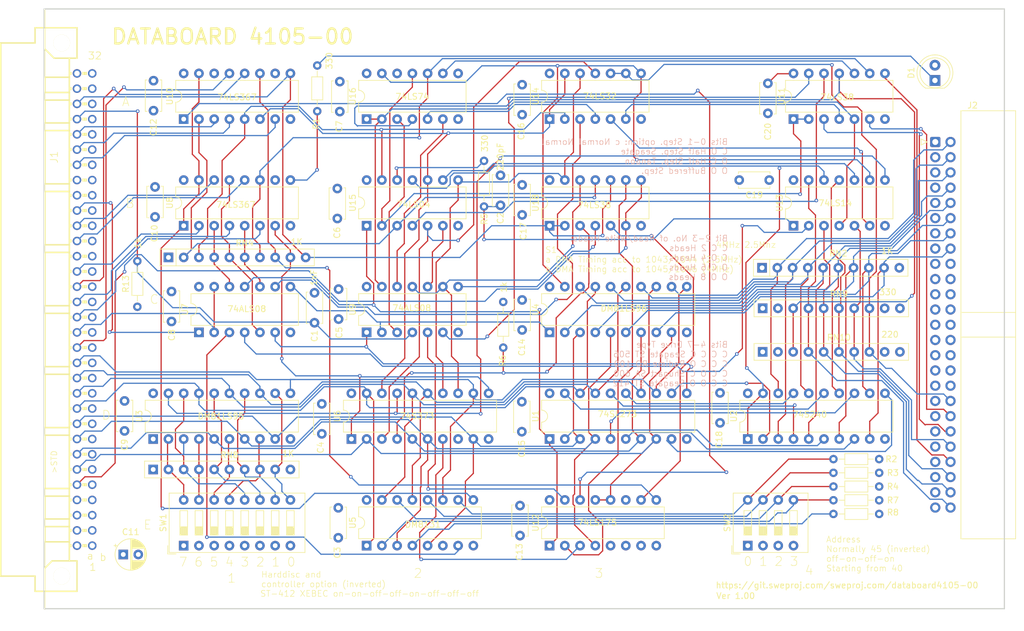
<source format=kicad_pcb>
(kicad_pcb
	(version 20240108)
	(generator "pcbnew")
	(generator_version "8.0")
	(general
		(thickness 1.6)
		(legacy_teardrops no)
	)
	(paper "A4")
	(title_block
		(date "2024-11-23")
		(rev "Ver 1.00")
	)
	(layers
		(0 "F.Cu" signal)
		(1 "In1.Cu" signal)
		(2 "In2.Cu" signal)
		(31 "B.Cu" signal)
		(32 "B.Adhes" user "B.Adhesive")
		(33 "F.Adhes" user "F.Adhesive")
		(34 "B.Paste" user)
		(35 "F.Paste" user)
		(36 "B.SilkS" user "B.Silkscreen")
		(37 "F.SilkS" user "F.Silkscreen")
		(38 "B.Mask" user)
		(39 "F.Mask" user)
		(40 "Dwgs.User" user "User.Drawings")
		(41 "Cmts.User" user "User.Comments")
		(42 "Eco1.User" user "User.Eco1")
		(43 "Eco2.User" user "User.Eco2")
		(44 "Edge.Cuts" user)
		(45 "Margin" user)
		(46 "B.CrtYd" user "B.Courtyard")
		(47 "F.CrtYd" user "F.Courtyard")
		(48 "B.Fab" user)
		(49 "F.Fab" user)
		(50 "User.1" user)
		(51 "User.2" user)
		(52 "User.3" user)
		(53 "User.4" user)
		(54 "User.5" user)
		(55 "User.6" user)
		(56 "User.7" user)
		(57 "User.8" user)
		(58 "User.9" user)
	)
	(setup
		(stackup
			(layer "F.SilkS"
				(type "Top Silk Screen")
			)
			(layer "F.Paste"
				(type "Top Solder Paste")
			)
			(layer "F.Mask"
				(type "Top Solder Mask")
				(thickness 0.01)
			)
			(layer "F.Cu"
				(type "copper")
				(thickness 0.035)
			)
			(layer "dielectric 1"
				(type "prepreg")
				(thickness 0.1)
				(material "FR4")
				(epsilon_r 4.5)
				(loss_tangent 0.02)
			)
			(layer "In1.Cu"
				(type "copper")
				(thickness 0.035)
			)
			(layer "dielectric 2"
				(type "core")
				(thickness 1.24)
				(material "FR4")
				(epsilon_r 4.5)
				(loss_tangent 0.02)
			)
			(layer "In2.Cu"
				(type "copper")
				(thickness 0.035)
			)
			(layer "dielectric 3"
				(type "prepreg")
				(thickness 0.1)
				(material "FR4")
				(epsilon_r 4.5)
				(loss_tangent 0.02)
			)
			(layer "B.Cu"
				(type "copper")
				(thickness 0.035)
			)
			(layer "B.Mask"
				(type "Bottom Solder Mask")
				(thickness 0.01)
			)
			(layer "B.Paste"
				(type "Bottom Solder Paste")
			)
			(layer "B.SilkS"
				(type "Bottom Silk Screen")
			)
			(copper_finish "None")
			(dielectric_constraints no)
		)
		(pad_to_mask_clearance 0)
		(allow_soldermask_bridges_in_footprints no)
		(pcbplotparams
			(layerselection 0x00010fc_ffffffff)
			(plot_on_all_layers_selection 0x0000000_00000000)
			(disableapertmacros no)
			(usegerberextensions no)
			(usegerberattributes yes)
			(usegerberadvancedattributes yes)
			(creategerberjobfile yes)
			(dashed_line_dash_ratio 12.000000)
			(dashed_line_gap_ratio 3.000000)
			(svgprecision 4)
			(plotframeref no)
			(viasonmask no)
			(mode 1)
			(useauxorigin no)
			(hpglpennumber 1)
			(hpglpenspeed 20)
			(hpglpendiameter 15.000000)
			(pdf_front_fp_property_popups yes)
			(pdf_back_fp_property_popups yes)
			(dxfpolygonmode yes)
			(dxfimperialunits yes)
			(dxfusepcbnewfont yes)
			(psnegative no)
			(psa4output no)
			(plotreference yes)
			(plotvalue yes)
			(plotfptext yes)
			(plotinvisibletext no)
			(sketchpadsonfab no)
			(subtractmaskfromsilk no)
			(outputformat 1)
			(mirror no)
			(drillshape 0)
			(scaleselection 1)
			(outputdirectory "gerber_1.00")
		)
	)
	(net 0 "")
	(net 1 "unconnected-(J2-Pin_32-Pad32)")
	(net 2 "Net-(J2-Pin_48)")
	(net 3 "Net-(J2-Pin_44)")
	(net 4 "Net-(J2-Pin_38)")
	(net 5 "unconnected-(J2-Pin_24-Pad24)")
	(net 6 "unconnected-(J2-Pin_26-Pad26)")
	(net 7 "Net-(J2-Pin_40)")
	(net 8 "Net-(J2-Pin_36)")
	(net 9 "unconnected-(J2-Pin_28-Pad28)")
	(net 10 "Net-(U1-Cp)")
	(net 11 "unconnected-(J2-Pin_30-Pad30)")
	(net 12 "Net-(U3-~{G2})")
	(net 13 "Net-(U4-~{G1})")
	(net 14 "Net-(U16B-~{R})")
	(net 15 "Net-(U10-OEb)")
	(net 16 "Net-(U6-D4)")
	(net 17 "unconnected-(J2-Pin_22-Pad22)")
	(net 18 "unconnected-(J2-Pin_34-Pad34)")
	(net 19 "/~{CS}")
	(net 20 "unconnected-(J2-Pin_18-Pad18)")
	(net 21 "/~{RST}")
	(net 22 "unconnected-(J2-Pin_20-Pad20)")
	(net 23 "/~{C3}")
	(net 24 "/~{INP}")
	(net 25 "/~{STAT}")
	(net 26 "VCC")
	(net 27 "GND")
	(net 28 "/~{PRAC}")
	(net 29 "/~{C1}")
	(net 30 "/~{OUT}")
	(net 31 "Net-(U16A-D)")
	(net 32 "Net-(D1-K)")
	(net 33 "Net-(U8-O4a)")
	(net 34 "Net-(J2-Pin_6)")
	(net 35 "Net-(J2-Pin_4)")
	(net 36 "Net-(J2-Pin_14)")
	(net 37 "Net-(J2-Pin_16)")
	(net 38 "Net-(J2-Pin_2)")
	(net 39 "Net-(J2-Pin_12)")
	(net 40 "Net-(J2-Pin_8)")
	(net 41 "Net-(J2-Pin_10)")
	(net 42 "Net-(U1-Q3)")
	(net 43 "Net-(U1-Q4)")
	(net 44 "Net-(U1-Q5)")
	(net 45 "Net-(U1-Q7)")
	(net 46 "Net-(U1-Q6)")
	(net 47 "/D2")
	(net 48 "/D4")
	(net 49 "Net-(U1-Q0)")
	(net 50 "Net-(U1-Q2)")
	(net 51 "/D7")
	(net 52 "/D6")
	(net 53 "/D3")
	(net 54 "Net-(U11-Pad13)")
	(net 55 "/D0")
	(net 56 "Net-(U1-~{Mr})")
	(net 57 "Net-(U1-Q1)")
	(net 58 "/D5")
	(net 59 "/D1")
	(net 60 "Net-(U12-Q3)")
	(net 61 "Net-(U16A-~{Q})")
	(net 62 "Net-(U16A-C)")
	(net 63 "/~{TRRQ}")
	(net 64 "/~{TREN}")
	(net 65 "Net-(U5-~{ST})")
	(net 66 "/~{CSB}")
	(net 67 "/~{R{slash}W}")
	(net 68 "/~{C4}")
	(net 69 "Net-(C2-Pad1)")
	(net 70 "Net-(U6-D1)")
	(net 71 "Net-(U12-~{Q0})")
	(net 72 "Net-(U6-D0)")
	(net 73 "Net-(U10-I3)")
	(net 74 "Net-(U6-D5)")
	(net 75 "Net-(U5-T4)")
	(net 76 "Net-(U14-Pad3)")
	(net 77 "Net-(U18-Pad4)")
	(net 78 "Net-(U15-Pad6)")
	(net 79 "Net-(U10-OEa)")
	(net 80 "Net-(U11-Pad12)")
	(net 81 "Net-(U16B-Q)")
	(net 82 "Net-(U11-Pad4)")
	(net 83 "Net-(U2-OEa)")
	(net 84 "unconnected-(U12-~{Q2}-Pad11)")
	(net 85 "unconnected-(U12-~{Q1}-Pad6)")
	(net 86 "Net-(U12-Q0)")
	(net 87 "unconnected-(U12-Q1-Pad7)")
	(net 88 "Net-(U12-Q2)")
	(net 89 "unconnected-(U12-D1-Pad5)")
	(net 90 "Net-(U13-Pad6)")
	(net 91 "Net-(U13-Pad10)")
	(net 92 "Net-(U16A-Q)")
	(net 93 "unconnected-(U16B-~{Q}-Pad8)")
	(net 94 "/~{INT}")
	(net 95 "Net-(RN4-R4)")
	(net 96 "Net-(RN4-R8)")
	(net 97 "Net-(RN4-R6)")
	(net 98 "Net-(RN4-R5)")
	(net 99 "Net-(RN8-R1)")
	(net 100 "Net-(RN8-R4)")
	(net 101 "Net-(RN8-R7)")
	(net 102 "Net-(RN8-R5)")
	(net 103 "Net-(RN8-R6)")
	(net 104 "Net-(RN8-R8)")
	(net 105 "Net-(RN8-R3)")
	(net 106 "Net-(RN8-R2)")
	(net 107 "Net-(RN4-R3)")
	(net 108 "unconnected-(J1-Pin_b3-PadB3)")
	(net 109 "/rn4_10")
	(net 110 "/rn4_3")
	(net 111 "/rn4_2")
	(net 112 "/r10_4")
	(net 113 "/r10_6")
	(net 114 "/r10_7")
	(net 115 "unconnected-(RN9-R8-Pad9)")
	(net 116 "unconnected-(RN9-R1-Pad2)")
	(net 117 "unconnected-(RN10-R8-Pad9)")
	(net 118 "unconnected-(RN10-R1-Pad2)")
	(net 119 "unconnected-(RN2-R9-Pad10)")
	(net 120 "unconnected-(RN8-R9-Pad10)")
	(net 121 "unconnected-(RN9-R9-Pad10)")
	(net 122 "unconnected-(RN10-R9-Pad10)")
	(net 123 "Net-(U5-T2)")
	(net 124 "Net-(R5-Pad2)")
	(net 125 "unconnected-(J1-Pin_b13-PadB13)")
	(net 126 "unconnected-(J1-Pin_b23-PadB23)")
	(net 127 "unconnected-(J1-Pin_b14-PadB14)")
	(net 128 "unconnected-(J1-Pin_a24-PadA24)")
	(net 129 "unconnected-(J1-Pin_b5-PadB5)")
	(net 130 "unconnected-(J1-Pin_b9-PadB9)")
	(net 131 "unconnected-(J1-Pin_b19-PadB19)")
	(net 132 "unconnected-(J1-Pin_b30-PadB30)")
	(net 133 "unconnected-(J1-Pin_b21-PadB21)")
	(net 134 "unconnected-(J1-Pin_b20-PadB20)")
	(net 135 "unconnected-(J1-Pin_b32-PadB32)")
	(net 136 "unconnected-(J1-Pin_b26-PadB26)")
	(net 137 "unconnected-(J1-Pin_b11-PadB11)")
	(net 138 "unconnected-(J1-Pin_b10-PadB10)")
	(net 139 "unconnected-(J1-Pin_b24-PadB24)")
	(net 140 "unconnected-(J1-Pin_b18-PadB18)")
	(net 141 "unconnected-(J1-Pin_a32-PadA32)")
	(net 142 "unconnected-(J1-Pin_b6-PadB6)")
	(net 143 "unconnected-(J1-Pin_a1-PadA1)")
	(net 144 "unconnected-(J1-Pin_b1-PadB1)")
	(net 145 "unconnected-(J1-Pin_b4-PadB4)")
	(net 146 "unconnected-(J1-Pin_b12-PadB12)")
	(net 147 "unconnected-(J1-Pin_b15-PadB15)")
	(net 148 "unconnected-(J1-Pin_b25-PadB25)")
	(net 149 "unconnected-(J1-Pin_a25-PadA25)")
	(net 150 "unconnected-(J1-Pin_a4-PadA4)")
	(net 151 "unconnected-(J1-Pin_b16-PadB16)")
	(net 152 "unconnected-(J1-Pin_b7-PadB7)")
	(net 153 "unconnected-(J1-Pin_b28-PadB28)")
	(net 154 "unconnected-(J1-Pin_a20-PadA20)")
	(net 155 "unconnected-(J1-Pin_a3-PadA3)")
	(net 156 "unconnected-(J1-Pin_b17-PadB17)")
	(net 157 "unconnected-(J1-Pin_b8-PadB8)")
	(net 158 "unconnected-(J1-Pin_b22-PadB22)")
	(net 159 "unconnected-(J1-Pin_b27-PadB27)")
	(net 160 "unconnected-(J1-Pin_b29-PadB29)")
	(net 161 "Net-(RN10-R2)")
	(net 162 "/rn4_8")
	(net 163 "Net-(U16B-C)")
	(net 164 "unconnected-(R8-Pad1)")
	(net 165 "Net-(U5-T6)")
	(net 166 "Net-(U5-T1)")
	(net 167 "Net-(U5-T5)")
	(net 168 "unconnected-(U3-~{G1}-Pad1)")
	(net 169 "Net-(U13-Pad2)")
	(footprint "Package_DIP:DIP-16_W7.62mm" (layer "F.Cu") (at 83.2612 76.1492 90))
	(footprint "Resistor_THT:R_Array_SIP10" (layer "F.Cu") (at 78.1812 116.7892))
	(footprint "Package_DIP:DIP-14_W7.62mm" (layer "F.Cu") (at 144.2212 76.1492 90))
	(footprint "Capacitor_THT:C_Disc_D5.0mm_W2.5mm_P5.00mm" (layer "F.Cu") (at 109.2708 52.11 -90))
	(footprint "Package_DIP:DIP-16_W7.62mm" (layer "F.Cu") (at 83.2612 58.3692 90))
	(footprint "Resistor_THT:R_Axial_DIN0204_L3.6mm_D1.6mm_P7.62mm_Horizontal" (layer "F.Cu") (at 75.5396 89.662 90))
	(footprint "Resistor_THT:R_Axial_DIN0204_L3.6mm_D1.6mm_P7.62mm_Horizontal" (layer "F.Cu") (at 199.136 119.634 180))
	(footprint "Capacitor_THT:C_Disc_D5.0mm_W2.5mm_P5.00mm" (layer "F.Cu") (at 78.232 51.9576 -90))
	(footprint "Capacitor_THT:C_Disc_D5.0mm_W2.5mm_P5.00mm" (layer "F.Cu") (at 180.594 52.404 -90))
	(footprint "Capacitor_THT:C_Disc_D5.0mm_W2.5mm_P5.00mm" (layer "F.Cu") (at 136.0424 72.7456 90))
	(footprint "Package_DIP:DIP-20_W7.62mm" (layer "F.Cu") (at 144.2212 93.9292 90))
	(footprint "Capacitor_THT:C_Disc_D5.0mm_W2.5mm_P5.00mm" (layer "F.Cu") (at 73.406 105.3592 -90))
	(footprint "Package_DIP:DIP-20_W7.62mm" (layer "F.Cu") (at 144.2212 111.7092 90))
	(footprint "Package_DIP:DIP-14_W7.62mm" (layer "F.Cu") (at 113.7412 58.3692 90))
	(footprint "Package_DIP:DIP-14_W7.62mm" (layer "F.Cu") (at 184.8612 76.1492 90))
	(footprint "Resistor_THT:R_Array_SIP10" (layer "F.Cu") (at 80.7212 81.4324))
	(footprint "Package_DIP:DIP-14_W7.62mm" (layer "F.Cu") (at 184.8612 58.3692 90))
	(footprint "Capacitor_THT:C_Disc_D5.0mm_W2.5mm_P5.00mm" (layer "F.Cu") (at 78.486 69.676 -90))
	(footprint "Package_DIP:DIP-20_W7.62mm" (layer "F.Cu") (at 111.2012 111.7092 90))
	(footprint "Capacitor_THT:C_Disc_D5.0mm_W2.5mm_P5.00mm" (layer "F.Cu") (at 139.6492 52.6288 -90))
	(footprint "Resistor_THT:R_Array_SIP10" (layer "F.Cu") (at 179.7304 89.916))
	(footprint "Capacitor_THT:C_Disc_D5.0mm_W2.5mm_P5.00mm" (layer "F.Cu") (at 109.0168 123.1792 -90))
	(footprint "Package_DIP:DIP-14_W7.62mm" (layer "F.Cu") (at 113.7412 76.1492 90))
	(footprint "Resistor_THT:R_Array_SIP10" (layer "F.Cu") (at 179.7304 97.1804))
	(footprint "Resistor_THT:R_Array_SIP10" (layer "F.Cu") (at 179.6288 83.1596))
	(footprint "Package_DIP:DIP-14_W7.62mm" (layer "F.Cu") (at 85.8012 93.9292 90))
	(footprint "Capacitor_THT:CP_Radial_D5.0mm_P2.50mm"
		(layer "F.Cu")
		(uuid "807212b6-d76e-4add-8b04-f41db56b04ed")
		(at 73.192 130.9624)
		(descr "CP, Radial series, Radial, pin pitch=2.50mm, , diameter=5mm, Electrolytic Capacitor")
		(tags "CP Radial series Radial pin pitch 2.50mm  diameter 5mm Electrolytic Capacitor")
		(property "Reference" "C11"
			(at 1.25 -3.75 0)
			(layer "F.SilkS")
			(uuid "aac6ba22-c554-452e-bdb7-09b64867eae8")
			(effects
				(font
					(size 1 1)
					(thickness 0.15)
				)
			)
		)
		(property "Value" "47uF"
			(at 1.25 3.75 0)
			(layer "F.Fab")
			(uuid "770bcbbf-cd52-4cd3-9cd8-c5f57cede8b7")
			(effects
				(font
					(size 1 1)
					(thickness 0.15)
				)
			)
		)
		(property "Footprint" "Capacitor_THT:CP_Radial_D5.0mm_P2.50mm"
			(at 0 0 0)
			(unlocked yes)
			(layer "F.Fab")
			(hide yes)
			(uuid "f015d08b-e09b-4e77-9036-d84d9549adb7")
			(effects
				(font
					(size 1.27 1.27)
					(thickness 0.15)
				)
			)
		)
		(property "Datasheet" ""
			(at 0 0 0)
			(unlocked yes)
			(layer "F.Fab")
			(hide yes)
			(uuid "cdd92070-08bd-4526-a44b-4f4fb9a7cc54")
			(effects
				(font
					(size 1.27 1.27)
					(thickness 0.15)
				)
			)
		)
		(property "Description" "Polarized capacitor, small symbol"
			(at 0 0 0)
			(unlocked yes)
			(layer "F.Fab")
			(hide yes)
			(uuid "f42eb0d1-048e-4a24-b304-45a7b9df8929")
			(effects
				(font
					(size 1.27 1.27)
					(thickness 0.15)
				)
			)
		)
		(property ki_fp_filters "CP_*")
		(path "/f3498465-5a1f-4b25-a628-4040846b0353")
		(sheetname "Root")
		(sheetfile "4680-4105-00.kicad_sch")
		(attr through_hole)
		(fp_line
			(start -1.554775 -1.475)
			(end -1.054775 -1.475)
			(stroke
				(width 0.12)
				(type solid)
			)
			(layer "F.SilkS")
			(uuid "5354fb41-425b-405c-aa2a-6c5cdb4dce8e")
		)
		(fp_line
			(start -1.304775 -1.725)
			(end -1.304775 -1.225)
			(stroke
				(width 0.12)
				(type solid)
			)
			(layer "F.SilkS")
			(uuid "1e1be11c-c11b-4a3b-b966-84ccda2e8cc4")
		)
		(fp_line
			(start 1.25 -2.58)
			(end 1.25 2.58)
			(stroke
				(width 0.12)
				(type solid)
			)
			(layer "F.SilkS")
			(uuid "a4a3f349-3f64-4098-b3fb-2341ecd6dcb0")
		)
		(fp_line
			(start 1.29 -2.58)
			(end 1.29 2.58)
			(stroke
				(width 0.12)
				(type solid)
			)
			(layer "F.SilkS")
			(uuid "667b4983-11cc-4046-a1e1-57a2c0681898")
		)
		(fp_line
			(start 1.33 -2.579)
			(end 1.33 2.579)
			(stroke
				(width 0.12)
				(type solid)
			)
			(layer "F.SilkS")
			(uuid "b2309d49-3a96-4f2c-bf45-a78c4e732c36")
		)
		(fp_line
			(start 1.37 -2.578)
			(end 1.37 2.578)
			(stroke
				(width 0.12)
				(type solid)
			)
			(layer "F.SilkS")
			(uuid "b086dc71-9bc6-4d03-a940-b474c397aaa1")
		)
		(fp_line
			(start 1.41 -2.576)
			(end 1.41 2.576)
			(stroke
				(width 0.12)
				(type solid)
			)
			(layer "F.SilkS")
			(uuid "b9f924af-9527-4d63-8567-26767aca599d")
		)
		(fp_line
			(start 1.45 -2.573)
			(end 1.45 2.573)
			(stroke
				(width 0.12)
				(type solid)
			)
			(layer "F.SilkS")
			(uuid "3b2552a1-96f3-445a-a600-155caf095aac")
		)
		(fp_line
			(start 1.49 -2.569)
			(end 1.49 -1.04)
			(stroke
				(width 0.12)
				(type solid)
			)
			(layer "F.SilkS")
			(uuid "11c0e19c-3c1d-4fd0-9298-bb7b8b1f24e7")
		)
		(fp_line
			(start 1.49 1.04)
			(end 1.49 2.569)
			(stroke
				(width 0.12)
				(type solid)
			)
			(layer "F.SilkS")
			(uuid "5b0557ed-c33a-4634-ae66-dc40338bbce5")
		)
		(fp_line
			(start 1.53 -2.565)
			(end 1.53 -1.04)
			(stroke
				(width 0.12)
				(type solid)
			)
			(layer "F.SilkS")
			(uuid "b41473b1-55e4-4afa-a45f-87c1631441cc")
		)
		(fp_line
			(start 1.53 1.04)
			(end 1.53 2.565)
			(stroke
				(width 0.12)
				(type solid)
			)
			(layer "F.SilkS")
			(uuid "3be51b44-fe9a-4f49-9da1-e0a632845a30")
		)
		(fp_line
			(start 1.57 -2.561)
			(end 1.57 -1.04)
			(stroke
				(width 0.12)
				(type solid)
			)
			(layer "F.SilkS")
			(uuid "b77722b0-2927-467e-9b5d-7f2d7525a610")
		)
		(fp_line
			(start 1.57 1.04)
			(end 1.57 2.561)
			(stroke
				(width 0.12)
				(type solid)
			)
			(layer "F.SilkS")
			(uuid "e72a8994-6cab-4bf3-8c72-61bfcd995c06")
		)
		(fp_line
			(start 1.61 -2.556)
			(end 1.61 -1.04)
			(stroke
				(width 0.12)
				(type solid)
			)
			(layer "F.SilkS")
			(uuid "0593f4ed-2ea1-4adb-80ce-428474b860d0")
		)
		(fp_line
			(start 1.61 1.04)
			(end 1.61 2.556)
			(stroke
				(width 0.12)
				(type solid)
			)
			(layer "F.SilkS")
			(uuid "eba72feb-2da4-46e7-8734-008e5cf7a83f")
		)
		(fp_line
			(start 1.65 -2.55)
			(end 1.65 -1.04)
			(stroke
				(width 0.12)
				(type solid)
			)
			(layer "F.SilkS")
			(uuid "dbe07b9c-8b4e-4deb-b750-9f74719ca594")
		)
		(fp_line
			(start 1.65 1.04)
			(end 1.65 2.55)
			(stroke
				(width 0.12)
				(type solid)
			)
			(layer "F.SilkS")
			(uuid "cbbd64d9-6e3e-4547-90c0-9d504832379f")
		)
		(fp_line
			(start 1.69 -2.543)
			(end 1.69 -1.04)
			(stroke
				(width 0.12)
				(type solid)
			)
			(layer "F.SilkS")
			(uuid "294d6b03-a98c-4881-9959-18f1270d23e5")
		)
		(fp_line
			(start 1.69 1.04)
			(end 1.69 2.543)
			(stroke
				(width 0.12)
				(type solid)
			)
			(layer "F.SilkS")
			(uuid "b1640257-813c-4ff0-b176-c54787e309a8")
		)
		(fp_line
			(start 1.73 -2.536)
			(end 1.73 -1.04)
			(stroke
				(width 0.12)
				(type solid)
			)
			(layer "F.SilkS")
			(uuid "879fb981-eb75-452d-ad12-102be1e2b59e")
		)
		(fp_line
			(start 1.73 1.04)
			(end 1.73 2.536)
			(stroke
				(width 0.12)
				(type solid)
			)
			(layer "F.SilkS")
			(uuid "f70d4e21-2995-4b42-a66f-1d180bda201c")
		)
		(fp_line
			(start 1.77 -2.528)
			(end 1.77 -1.04)
			(stroke
				(width 0.12)
				(type solid)
			)
			(layer "F.SilkS")
			(uuid "df16a672-b0ab-4926-97f3-899de27222df")
		)
		(fp_line
			(start 1.77 1.04)
			(end 1.77 2.528)
			(stroke
				(width 0.12)
				(type solid)
			)
			(layer "F.SilkS")
			(uuid "2037b11e-abf8-46f6-bd07-e76dbcb84346")
		)
		(fp_line
			(start 1.81 -2.52)
			(end 1.81 -1.04)
			(stroke
				(width 0.12)
				(type solid)
			)
			(layer "F.SilkS")
			(uuid "90a896d3-0560-4902-893d-c8aa2e53d6d4")
		)
		(fp_line
			(start 1.81 1.04)
			(end 1.81 2.52)
			(stroke
				(width 0.12)
				(type solid)
			)
			(layer "F.SilkS")
			(uuid "11e6598f-d2db-4463-a968-4eefe31c3bce")
		)
		(fp_line
			(start 1.85 -2.511)
			(end 1.85 -1.04)
			(stroke
				(width 0.12)
				(type solid)
			)
			(layer "F.SilkS")
			(uuid "af3777dc-7d6a-4b76-ab8e-92e9e34feefd")
		)
		(fp_line
			(start 1.85 1.04)
			(end 1.85 2.511)
			(stroke
				(width 0.12)
				(type solid)
			)
			(layer "F.SilkS")
			(uuid "47d39f74-0b55-46f1-8b80-ef1d99f88181")
		)
		(fp_line
			(start 1.89 -2.501)
			(end 1.89 -1.04)
			(stroke
				(width 0.12)
				(type solid)
			)
			(layer "F.SilkS")
			(uuid "58f0d9e4-24f5-4a11-800b-1f31440a3b75")
		)
		(fp_line
			(start 1.89 1.04)
			(end 1.89 2.501)
			(stroke
				(width 0.12)
				(type solid)
			)
			(layer "F.SilkS")
			(uuid "67de5794-8601-4bf0-ac39-2f8361070bed")
		)
		(fp_line
			(start 1.93 -2.491)
			(end 1.93 -1.04)
			(stroke
				(width 0.12)
				(type solid)
			)
			(layer "F.SilkS")
			(uuid "191be62c-ded7-492f-8bf4-e90063168597")
		)
		(fp_line
			(start 1.93 1.04)
			(end 1.93 2.491)
			(stroke
				(width 0.12)
				(type solid)
			)
			(layer "F.SilkS")
			(uuid "34dbfcbc-d984-4ef1-a5a6-f0bf37c43a4c")
		)
		(fp_line
			(start 1.971 -2.48)
			(end 1.971 -1.04)
			(stroke
				(width 0.12)
				(type solid)
			)
			(layer "F.SilkS")
			(uuid "1f972e35-1f81-4861-91a7-cbd8e142e6ef")
		)
		(fp_line
			(start 1.971 1.04)
			(end 1.971 2.48)
			(stroke
				(width 0.12)
				(type solid)
			)
			(layer "F.SilkS")
			(uuid "667a1ec7-d6c3-4653-b71d-1f125b13f9c0")
		)
		(fp_line
			(start 2.011 -2.468)
			(end 2.011 -1.04)
			(stroke
				(width 0.12)
				(type solid)
			)
			(layer "F.SilkS")
			(uuid "93962659-cad7-4843-b40f-ac3f26fa08f2")
		)
		(fp_line
			(start 2.011 1.04)
			(end 2.011 2.468)
			(stroke
				(width 0.12)
				(type solid)
			)
			(layer "F.SilkS")
			(uuid "6ed32db6-fb2b-4c70-95c1-c416b82b9a42")
		)
		(fp_line
			(start 2.051 -2.455)
			(end 2.051 -1.04)
			(stroke
				(width 0.12)
				(type solid)
			)
			(layer "F.SilkS")
			(uuid "0b141cd4-5708-416d-8998-18c29eae4e43")
		)
		(fp_line
			(start 2.051 1.04)
			(end 2.051 2.455)
			(stroke
				(width 0.12)
				(type solid)
			)
			(layer "F.SilkS")
			(uuid "6cc05d5a-f1d2-4f01-ae4a-0a34587d972b")
		)
		(fp_line
			(start 2.091 -2.442)
			(end 2.091 -1.04)
			(stroke
				(width 0.12)
				(type solid)
			)
			(layer "F.SilkS")
			(uuid "4799b712-0a28-4b81-a967-049ab72ced75")
		)
		(fp_line
			(start 2.091 1.04)
			(end 2.091 2.442)
			(stroke
				(width 0.12)
				(type solid)
			)
			(layer "F.SilkS")
			(uuid "a9239916-07b7-459d-8226-0ed3e52812ce")
		)
		(fp_line
			(start 2.131 -2.428)
			(end 2.131 -1.04)
			(stroke
				(width 0.12)
				(type solid)
			)
			(layer "F.SilkS")
			(uuid "5276b8e2-518e-4b9f-804c-2bbef6ac3a91")
		)
		(fp_line
			(start 2.131 1.04)
			(end 2.131 2.428)
			(stroke
				(width 0.12)
				(type solid)
			)
			(layer "F.SilkS")
			(uuid "ae2363a8-abd1-426c-b509-9c1bc9ef844d")
		)
		(fp_line
			(start 2.171 -2.414)
			(end 2.171 -1.04)
			(stroke
				(width 0.12)
				(type solid)
			)
			(layer "F.SilkS")
			(uuid "a19daa79-48b3-4ff2-bc52-440486a9d42b")
		)
		(fp_line
			(start 2.171 1.04)
			(end 2.171 2.414)
			(stroke
				(width 0.12)
				(type solid)
			)
			(layer "F.SilkS")
			(uuid "0a820e4f-efdd-45e5-bd81-e11595af0b66")
		)
		(fp_line
			(start 2.211 -2.398)
			(end 2.211 -1.04)
			(stroke
				(width 0.12)
				(type solid)
			)
			(layer "F.SilkS")
			(uuid "d0123ed4-8946-4e21-85fc-5d90b30fddfe")
		)
		(fp_line
			(start 2.211 1.04)
			(end 2.211 2.398)
			(stroke
				(width 0.12)
				(type solid)
			)
			(layer "F.SilkS")
			(uuid "fff8ef2c-18c7-43e4-b501-450ccb796002")
		)
		(fp_line
			(start 2.251 -2.382)
			(end 2.251 -1.04)
			(stroke
				(width 0.12)
				(type solid)
			)
			(layer "F.SilkS")
			(uuid "4415124a-00b0-4e41-a9cf-7105101b5489")
		)
		(fp_line
			(start 2.251 1.04)
			(end 2.251 2.382)
			(stroke
				(width 0.12)
				(type solid)
			)
			(layer "F.SilkS")
			(uuid "2bf65936-fa19-484d-afad-2f034a9c3d0f")
		)
		(fp_line
			(start 2.291 -2.365)
			(end 2.291 -1.04)
			(stroke
				(width 0.12)
				(type solid)
			)
			(layer "F.SilkS")
			(uuid "3141ab22-e560-401a-b690-2221cb2e9700")
		)
		(fp_line
			(start 2.291 1.04)
			(end 2.291 2.365)
			(stroke
				(width 0.12)
				(type solid)
			)
			(layer "F.SilkS")
			(uuid "5219b4f1-4ae1-4fca-a3df-0e5b785c2b90")
		)
		(fp_line
			(start 2.331 -2.348)
			(end 2.331 -1.04)
			(stroke
				(width 0.12)
				(type solid)
			)
			(layer "F.SilkS")
			(uuid "7659f6f2-8113-43d4-a6b0-0ad3e457270a")
		)
		(fp_line
			(start 2.331 1.04)
			(end 2.331 2.348)
			(stroke
				(width 0.12)
				(type solid)
			)
			(layer "F.SilkS")
			(uuid "55f2f321-17d6-4272-ad6c-c902cf174131")
		)
		(fp_line
			(start 2.371 -2.329)
			(end 2.371 -1.04)
			(stroke
				(width 0.12)
				(type solid)
			)
			(layer "F.SilkS")
			(uuid "84357d49-b776-418d-a9f9-590d27ab2e7d")
		)
		(fp_line
			(start 2.371 1.04)
			(end 2.371 2.329)
			(stroke
				(width 0.12)
				(type solid)
			)
			(la
... [2258559 chars truncated]
</source>
